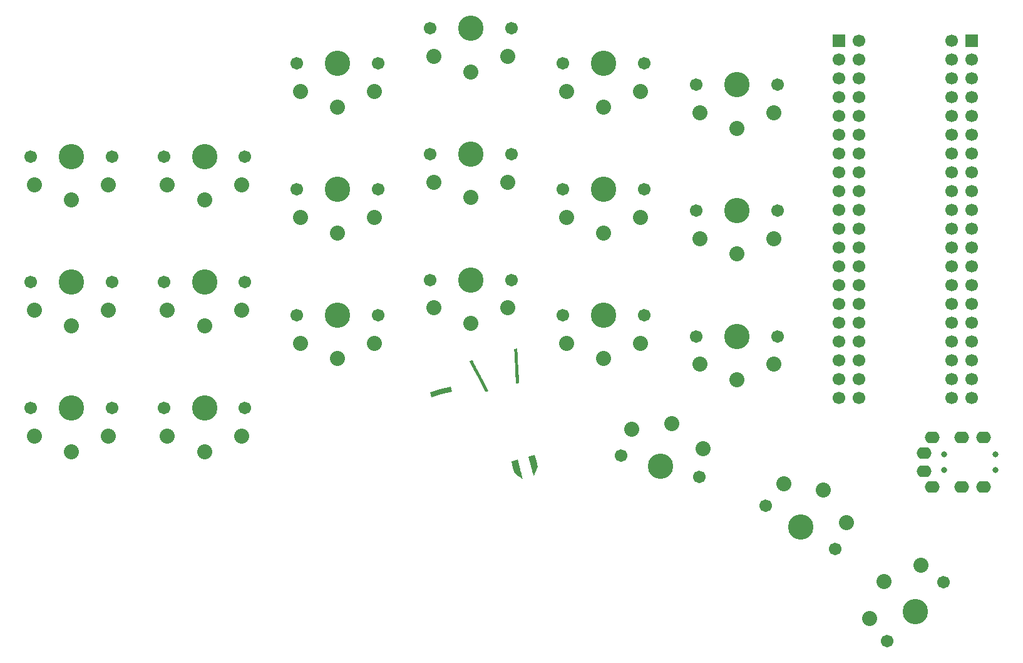
<source format=gbs>
%TF.GenerationSoftware,KiCad,Pcbnew,7.0.5*%
%TF.CreationDate,2023-06-08T16:22:02-03:00*%
%TF.ProjectId,2kalypcb_microcontroller_trrs,326b616c-7970-4636-925f-6d6963726f63,v1.0.0*%
%TF.SameCoordinates,Original*%
%TF.FileFunction,Soldermask,Bot*%
%TF.FilePolarity,Negative*%
%FSLAX46Y46*%
G04 Gerber Fmt 4.6, Leading zero omitted, Abs format (unit mm)*
G04 Created by KiCad (PCBNEW 7.0.5) date 2023-06-08 16:22:02*
%MOMM*%
%LPD*%
G01*
G04 APERTURE LIST*
%ADD10C,1.701800*%
%ADD11C,3.429000*%
%ADD12C,2.032000*%
%ADD13R,1.700000X1.700000*%
%ADD14C,1.700000*%
%ADD15C,0.800000*%
%ADD16O,2.000000X1.600000*%
G04 APERTURE END LIST*
%TO.C,G\u002A\u002A\u002A*%
G36*
X73404358Y-70480957D02*
G01*
X73492463Y-70809771D01*
X72076037Y-71189301D01*
X70659612Y-71568831D01*
X70571507Y-71240017D01*
X70483402Y-70911204D01*
X71899827Y-70531675D01*
X73316252Y-70152144D01*
X73404358Y-70480957D01*
G37*
G36*
X84899593Y-80196930D02*
G01*
X85116599Y-81006806D01*
X84826038Y-81612768D01*
X84756285Y-81757847D01*
X84683993Y-81907298D01*
X84621952Y-82034585D01*
X84573235Y-82133435D01*
X84540918Y-82197569D01*
X84528078Y-82220712D01*
X84526821Y-82217981D01*
X84514556Y-82177811D01*
X84490529Y-82093341D01*
X84456030Y-81969284D01*
X84412350Y-81810351D01*
X84360780Y-81621254D01*
X84302613Y-81406703D01*
X84239138Y-81171411D01*
X84171647Y-80920089D01*
X83822615Y-79617483D01*
X84252602Y-79502269D01*
X84682587Y-79387054D01*
X84899593Y-80196930D01*
G37*
G36*
X82704635Y-81313174D02*
G01*
X82727791Y-81399675D01*
X82793549Y-81646242D01*
X82854288Y-81875338D01*
X82908778Y-82082235D01*
X82955786Y-82262205D01*
X82994083Y-82410521D01*
X83022436Y-82522454D01*
X83039618Y-82593277D01*
X83044396Y-82618263D01*
X83026481Y-82608080D01*
X82970535Y-82571931D01*
X82882360Y-82513376D01*
X82767791Y-82436319D01*
X82632661Y-82344666D01*
X82482804Y-82242322D01*
X81930484Y-81863895D01*
X81713057Y-81052446D01*
X81495630Y-80240997D01*
X81925616Y-80125783D01*
X82355603Y-80010568D01*
X82704635Y-81313174D01*
G37*
G36*
X76564876Y-67202179D02*
G01*
X76624076Y-67316947D01*
X76709636Y-67482784D01*
X76813165Y-67683429D01*
X76931486Y-67912720D01*
X77061418Y-68164493D01*
X77199779Y-68432586D01*
X77343391Y-68710839D01*
X77489072Y-68993089D01*
X77633645Y-69273173D01*
X78405046Y-70767584D01*
X78199803Y-70822579D01*
X77994559Y-70877574D01*
X76929065Y-68811342D01*
X76782482Y-68527109D01*
X76630382Y-68232235D01*
X76486536Y-67953422D01*
X76352694Y-67694057D01*
X76230605Y-67457529D01*
X76122019Y-67247224D01*
X76028683Y-67066530D01*
X75952349Y-66918835D01*
X75894764Y-66807528D01*
X75857678Y-66735994D01*
X75842840Y-66707622D01*
X75838754Y-66686394D01*
X75858398Y-66670226D01*
X75909009Y-66657549D01*
X75997711Y-66646587D01*
X76131628Y-66635560D01*
X76267509Y-66625597D01*
X76564876Y-67202179D01*
G37*
G36*
X82299140Y-64953630D02*
G01*
X82306172Y-64989359D01*
X82307373Y-65017012D01*
X82310921Y-65094189D01*
X82316621Y-65216418D01*
X82324288Y-65379847D01*
X82333744Y-65580629D01*
X82344805Y-65814914D01*
X82357290Y-66078855D01*
X82371018Y-66368601D01*
X82385806Y-66680304D01*
X82401472Y-67010115D01*
X82417835Y-67354184D01*
X82527701Y-69662922D01*
X82330100Y-69715869D01*
X82267813Y-69731909D01*
X82185899Y-69748609D01*
X82140461Y-69748997D01*
X82123115Y-69733800D01*
X82121192Y-69712842D01*
X82116771Y-69642614D01*
X82110278Y-69526999D01*
X82101906Y-69369833D01*
X82091850Y-69174955D01*
X82080302Y-68946200D01*
X82067455Y-68687406D01*
X82053504Y-68402407D01*
X82038640Y-68095044D01*
X82023059Y-67769152D01*
X82006952Y-67428565D01*
X81993842Y-67150526D01*
X81978285Y-66822329D01*
X81963496Y-66512238D01*
X81949661Y-66224057D01*
X81936965Y-65961584D01*
X81925594Y-65728621D01*
X81915734Y-65528968D01*
X81907570Y-65366427D01*
X81901288Y-65244797D01*
X81897074Y-65167881D01*
X81895115Y-65139478D01*
X81902024Y-65128545D01*
X81946023Y-65098281D01*
X82021304Y-65057346D01*
X82117239Y-65011364D01*
X82223199Y-64965953D01*
X82271804Y-64949010D01*
X82299140Y-64953630D01*
G37*
%TD*%
D10*
%TO.C,S8*%
X63500000Y-43500000D03*
D11*
X58000000Y-43500000D03*
D10*
X52500000Y-43500000D03*
D12*
X63000000Y-47300000D03*
X53000000Y-47300000D03*
X58000000Y-49400000D03*
X58000000Y-49400000D03*
%TD*%
D10*
%TO.C,S20*%
X115938462Y-86226324D03*
D11*
X120602727Y-89140880D03*
D10*
X125266992Y-92055436D03*
D12*
X118376180Y-83268701D03*
X126856661Y-88567894D03*
X123729251Y-84137396D03*
X123729251Y-84137396D03*
%TD*%
D10*
%TO.C,S10*%
X81500000Y-55740000D03*
D11*
X76000000Y-55740000D03*
D10*
X70500000Y-55740000D03*
D12*
X81000000Y-59540000D03*
X71000000Y-59540000D03*
X76000000Y-61640000D03*
X76000000Y-61640000D03*
%TD*%
D10*
%TO.C,S13*%
X99500000Y-60500000D03*
D11*
X94000000Y-60500000D03*
D10*
X88500000Y-60500000D03*
D12*
X99000000Y-64300000D03*
X89000000Y-64300000D03*
X94000000Y-66400000D03*
X94000000Y-66400000D03*
%TD*%
D10*
%TO.C,S4*%
X45500000Y-73070000D03*
D11*
X40000000Y-73070000D03*
D10*
X34500000Y-73070000D03*
D12*
X45000000Y-76870000D03*
X35000000Y-76870000D03*
X40000000Y-78970000D03*
X40000000Y-78970000D03*
%TD*%
D13*
%TO.C,*%
X125840000Y-23460000D03*
X143740000Y-23440000D03*
D14*
X125840000Y-26000000D03*
X143740000Y-25980000D03*
X125840000Y-28540000D03*
X143740000Y-28520000D03*
X125840000Y-31080000D03*
X143740000Y-31060000D03*
X125840000Y-33620000D03*
X143740000Y-33600000D03*
X125840000Y-36160000D03*
X143740000Y-36140000D03*
X125840000Y-38700000D03*
X143740000Y-38680000D03*
X125840000Y-41240000D03*
X143740000Y-41220000D03*
X125840000Y-43780000D03*
X143740000Y-43760000D03*
X125840000Y-46320000D03*
X143740000Y-46300000D03*
X125840000Y-48860000D03*
X143740000Y-48840000D03*
X125840000Y-51400000D03*
X143740000Y-51380000D03*
X125840000Y-53940000D03*
X143740000Y-53920000D03*
X125840000Y-56480000D03*
X143740000Y-56460000D03*
X125840000Y-59020000D03*
X143740000Y-59000000D03*
X125840000Y-61560000D03*
X143740000Y-61540000D03*
X125840000Y-64100000D03*
X143740000Y-64080000D03*
X125840000Y-66640000D03*
X143740000Y-66620000D03*
X125840000Y-69180000D03*
X143740000Y-69160000D03*
X125840000Y-71720000D03*
X143740000Y-71700000D03*
X128500000Y-71700000D03*
X141080000Y-71720000D03*
X128500000Y-69160000D03*
X141080000Y-69180000D03*
X128500000Y-66620000D03*
X141080000Y-66640000D03*
X128500000Y-64080000D03*
X141080000Y-64100000D03*
X128500000Y-61540000D03*
X141080000Y-61560000D03*
X128500000Y-59000000D03*
X141080000Y-59020000D03*
X128500000Y-56460000D03*
X141080000Y-56480000D03*
X128500000Y-53920000D03*
X141080000Y-53940000D03*
X128500000Y-51380000D03*
X141080000Y-51400000D03*
X128500000Y-48840000D03*
X141080000Y-48860000D03*
X128500000Y-46300000D03*
X141080000Y-46320000D03*
X128500000Y-43760000D03*
X141080000Y-43780000D03*
X128500000Y-41220000D03*
X141080000Y-41240000D03*
X128500000Y-38680000D03*
X141080000Y-38700000D03*
X128500000Y-36140000D03*
X141080000Y-36160000D03*
X128500000Y-33600000D03*
X141080000Y-33620000D03*
X128500000Y-31060000D03*
X141080000Y-31080000D03*
X128500000Y-28520000D03*
X141080000Y-28540000D03*
X128500000Y-25980000D03*
X141080000Y-26000000D03*
X128500000Y-23440000D03*
X141080000Y-23460000D03*
%TD*%
D10*
%TO.C,S21*%
X132306591Y-104520659D03*
D11*
X136127212Y-100564290D03*
D10*
X139947833Y-96607921D03*
D12*
X129920429Y-101521287D03*
X136867013Y-94327889D03*
X131883107Y-96465806D03*
X131883107Y-96465806D03*
%TD*%
D10*
%TO.C,S5*%
X45500000Y-56070000D03*
D11*
X40000000Y-56070000D03*
D10*
X34500000Y-56070000D03*
D12*
X45000000Y-59870000D03*
X35000000Y-59870000D03*
X40000000Y-61970000D03*
X40000000Y-61970000D03*
%TD*%
D10*
%TO.C,S19*%
X96337408Y-79476495D03*
D11*
X101650000Y-80900000D03*
D10*
X106962592Y-82323505D03*
D12*
X97803883Y-75935387D03*
X107463142Y-78523577D03*
X103177032Y-75201038D03*
X103177032Y-75201038D03*
%TD*%
D10*
%TO.C,S15*%
X99500000Y-26500000D03*
D11*
X94000000Y-26500000D03*
D10*
X88500000Y-26500000D03*
D12*
X99000000Y-30300000D03*
X89000000Y-30300000D03*
X94000000Y-32400000D03*
X94000000Y-32400000D03*
%TD*%
D10*
%TO.C,S1*%
X27500000Y-73070000D03*
D11*
X22000000Y-73070000D03*
D10*
X16500000Y-73070000D03*
D12*
X27000000Y-76870000D03*
X17000000Y-76870000D03*
X22000000Y-78970000D03*
X22000000Y-78970000D03*
%TD*%
D10*
%TO.C,S18*%
X117500000Y-29360000D03*
D11*
X112000000Y-29360000D03*
D10*
X106500000Y-29360000D03*
D12*
X117000000Y-33160000D03*
X107000000Y-33160000D03*
X112000000Y-35260000D03*
X112000000Y-35260000D03*
%TD*%
D15*
%TO.C,J1*%
X146990000Y-79320000D03*
X139990000Y-79320000D03*
X146990000Y-81420000D03*
X139990000Y-81420000D03*
D16*
X137290000Y-79120000D03*
X137290000Y-81620000D03*
X138390000Y-77020000D03*
X138390000Y-83720000D03*
X142390000Y-77020000D03*
X145390000Y-83720000D03*
X145390000Y-77020000D03*
X142390000Y-83720000D03*
%TD*%
D10*
%TO.C,S11*%
X81500000Y-38740000D03*
D11*
X76000000Y-38740000D03*
D10*
X70500000Y-38740000D03*
D12*
X81000000Y-42540000D03*
X71000000Y-42540000D03*
X76000000Y-44640000D03*
X76000000Y-44640000D03*
%TD*%
D10*
%TO.C,S9*%
X63500000Y-26500000D03*
D11*
X58000000Y-26500000D03*
D10*
X52500000Y-26500000D03*
D12*
X63000000Y-30300000D03*
X53000000Y-30300000D03*
X58000000Y-32400000D03*
X58000000Y-32400000D03*
%TD*%
D10*
%TO.C,S6*%
X45500000Y-39070000D03*
D11*
X40000000Y-39070000D03*
D10*
X34500000Y-39070000D03*
D12*
X45000000Y-42870000D03*
X35000000Y-42870000D03*
X40000000Y-44970000D03*
X40000000Y-44970000D03*
%TD*%
D10*
%TO.C,S14*%
X99500000Y-43500000D03*
D11*
X94000000Y-43500000D03*
D10*
X88500000Y-43500000D03*
D12*
X99000000Y-47300000D03*
X89000000Y-47300000D03*
X94000000Y-49400000D03*
X94000000Y-49400000D03*
%TD*%
D10*
%TO.C,S12*%
X81500000Y-21740000D03*
D11*
X76000000Y-21740000D03*
D10*
X70500000Y-21740000D03*
D12*
X81000000Y-25540000D03*
X71000000Y-25540000D03*
X76000000Y-27640000D03*
X76000000Y-27640000D03*
%TD*%
D10*
%TO.C,S16*%
X117500000Y-63360000D03*
D11*
X112000000Y-63360000D03*
D10*
X106500000Y-63360000D03*
D12*
X117000000Y-67160000D03*
X107000000Y-67160000D03*
X112000000Y-69260000D03*
X112000000Y-69260000D03*
%TD*%
D10*
%TO.C,S3*%
X27500000Y-39070000D03*
D11*
X22000000Y-39070000D03*
D10*
X16500000Y-39070000D03*
D12*
X27000000Y-42870000D03*
X17000000Y-42870000D03*
X22000000Y-44970000D03*
X22000000Y-44970000D03*
%TD*%
D10*
%TO.C,S2*%
X27500000Y-56070000D03*
D11*
X22000000Y-56070000D03*
D10*
X16500000Y-56070000D03*
D12*
X27000000Y-59870000D03*
X17000000Y-59870000D03*
X22000000Y-61970000D03*
X22000000Y-61970000D03*
%TD*%
D10*
%TO.C,S17*%
X117500000Y-46360000D03*
D11*
X112000000Y-46360000D03*
D10*
X106500000Y-46360000D03*
D12*
X117000000Y-50160000D03*
X107000000Y-50160000D03*
X112000000Y-52260000D03*
X112000000Y-52260000D03*
%TD*%
D10*
%TO.C,S7*%
X63500000Y-60500000D03*
D11*
X58000000Y-60500000D03*
D10*
X52500000Y-60500000D03*
D12*
X63000000Y-64300000D03*
X53000000Y-64300000D03*
X58000000Y-66400000D03*
X58000000Y-66400000D03*
%TD*%
M02*

</source>
